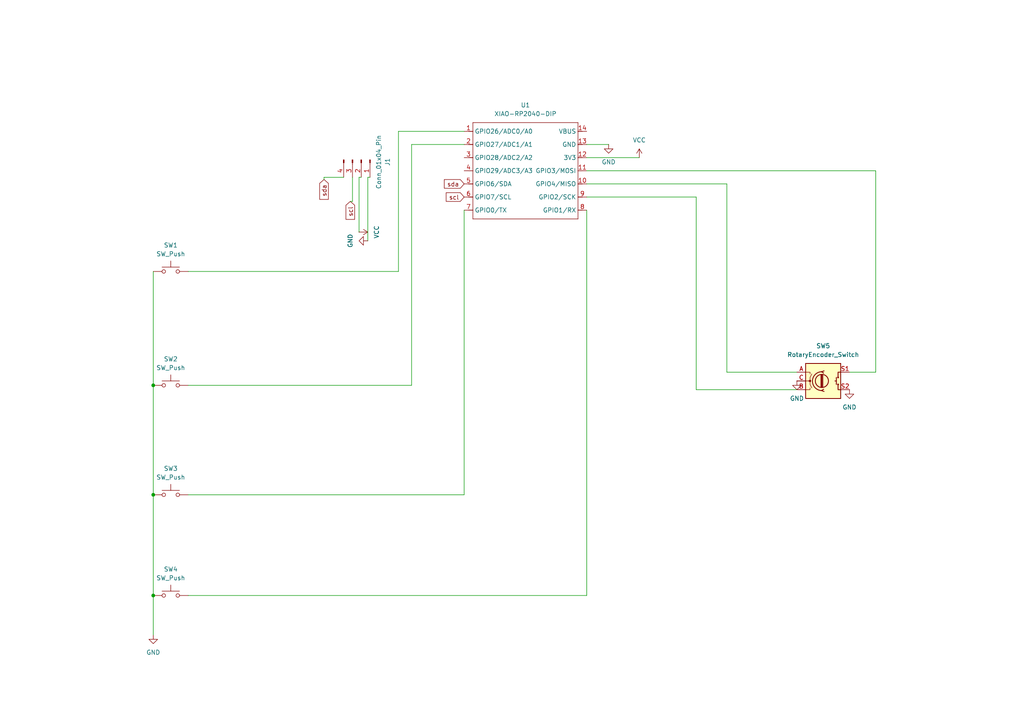
<source format=kicad_sch>
(kicad_sch (version 20250114) (generator "eeschema") (generator_version "9.0")
  (paper "A4")
  (lib_symbols
    (symbol "Connector:Conn_01x04_Pin" (pin_names (offset 1.016) (hide yes))
      (property "Reference" "J" (at 0 5.08 0))
      (property "Value" "Conn_01x04_Pin" (at 0 -7.62 0))
      (symbol "Conn_01x04_Pin_1_1"
        (rectangle (start 0.8636 2.667) (end 0 2.413) (stroke (width 0.1524)) (fill (type outline)))
        (rectangle (start 0.8636 0.127) (end 0 -0.127) (stroke (width 0.1524)) (fill (type outline)))
        (rectangle (start 0.8636 -2.413) (end 0 -2.667) (stroke (width 0.1524)) (fill (type outline)))
        (rectangle (start 0.8636 -4.953) (end 0 -5.207) (stroke (width 0.1524)) (fill (type outline)))
        (polyline (pts (xy 1.27 2.54) (xy 0.8636 2.54)) (stroke (width 0.1524)))
        (polyline (pts (xy 1.27 0) (xy 0.8636 0)) (stroke (width 0.1524)))
        (polyline (pts (xy 1.27 -2.54) (xy 0.8636 -2.54)) (stroke (width 0.1524)))
        (polyline (pts (xy 1.27 -5.08) (xy 0.8636 -5.08)) (stroke (width 0.1524)))
        (pin passive line (at 5.08 2.54 180) (length 3.81) (name "Pin_1") (number "1"))
        (pin passive line (at 5.08 0 180) (length 3.81) (name "Pin_2") (number "2"))
        (pin passive line (at 5.08 -2.54 180) (length 3.81) (name "Pin_3") (number "3"))
        (pin passive line (at 5.08 -5.08 180) (length 3.81) (name "Pin_4") (number "4"))
      )
    )
    (symbol "Device:RotaryEncoder_Switch" (pin_names (offset 0.254) (hide yes))
      (property "Reference" "SW" (at 0 6.604 0))
      (property "Value" "RotaryEncoder_Switch" (at 0 -6.604 0))
      (symbol "RotaryEncoder_Switch_0_1"
        (rectangle (start -5.08 5.08) (end 5.08 -5.08) (stroke (width 0.254)) (fill (type background)))
        (polyline (pts (xy -5.08 2.54) (xy -3.81 2.54) (xy -3.81 2.032)))
        (polyline (pts (xy -5.08 0) (xy -3.81 0) (xy -3.81 -1.016) (xy -3.302 -2.032)))
        (polyline (pts (xy -5.08 -2.54) (xy -3.81 -2.54) (xy -3.81 -2.032)))
        (polyline (pts (xy -4.318 0) (xy -3.81 0) (xy -3.81 1.016) (xy -3.302 2.032)))
        (circle (center -3.81 0) (radius 0.254) (fill (type outline)))
        (polyline (pts (xy -0.635 -1.778) (xy -0.635 1.778)) (stroke (width 0.254)))
        (circle (center -0.381 0) (radius 1.905) (stroke (width 0.254)))
        (polyline (pts (xy -0.381 -1.778) (xy -0.381 1.778)) (stroke (width 0.254)))
        (arc (start -0.381 -2.794) (mid -3.0988 -0.0635) (end -0.381 2.667) (stroke (width 0.254)))
        (polyline (pts (xy -0.127 1.778) (xy -0.127 -1.778)) (stroke (width 0.254)))
        (polyline (pts (xy 0.254 2.921) (xy -0.508 2.667) (xy 0.127 2.286)) (stroke (width 0.254)))
        (polyline (pts (xy 0.254 -3.048) (xy -0.508 -2.794) (xy 0.127 -2.413)) (stroke (width 0.254)))
        (polyline (pts (xy 3.81 1.016) (xy 3.81 -1.016)) (stroke (width 0.254)))
        (polyline (pts (xy 3.81 0) (xy 3.429 0)) (stroke (width 0.254)))
        (circle (center 4.318 1.016) (radius 0.127) (stroke (width 0.254)))
        (circle (center 4.318 -1.016) (radius 0.127) (stroke (width 0.254)))
        (polyline (pts (xy 5.08 2.54) (xy 4.318 2.54) (xy 4.318 1.016)) (stroke (width 0.254)))
        (polyline (pts (xy 5.08 -2.54) (xy 4.318 -2.54) (xy 4.318 -1.016)) (stroke (width 0.254)))
      )
      (symbol "RotaryEncoder_Switch_1_1"
        (pin passive line (at -7.62 2.54 0) (length 2.54) (name "A") (number "A"))
        (pin passive line (at -7.62 0 0) (length 2.54) (name "C") (number "C"))
        (pin passive line (at -7.62 -2.54 0) (length 2.54) (name "B") (number "B"))
        (pin passive line (at 7.62 2.54 180) (length 2.54) (name "S1") (number "S1"))
        (pin passive line (at 7.62 -2.54 180) (length 2.54) (name "S2") (number "S2"))
      )
    )
    (symbol "OPL:XIAO-RP2040-DIP"
      (property "Reference" "U" (at 0 0 0))
      (property "Value" "XIAO-RP2040-DIP" (at 5.334 -1.778 0))
      (symbol "XIAO-RP2040-DIP_1_0"
        (polyline (pts (xy -1.27 -2.54) (xy 29.21 -2.54)) (stroke (width 0.1524)))
        (polyline (pts (xy -1.27 -5.08) (xy -2.54 -5.08)) (stroke (width 0.1524)))
        (polyline (pts (xy -1.27 -5.08) (xy -1.27 -2.54)) (stroke (width 0.1524)))
        (polyline (pts (xy -1.27 -8.89) (xy -2.54 -8.89)) (stroke (width 0.1524)))
        (polyline (pts (xy -1.27 -8.89) (xy -1.27 -5.08)) (stroke (width 0.1524)))
        (polyline (pts (xy -1.27 -12.7) (xy -2.54 -12.7)) (stroke (width 0.1524)))
        (polyline (pts (xy -1.27 -12.7) (xy -1.27 -8.89)) (stroke (width 0.1524)))
        (polyline (pts (xy -1.27 -16.51) (xy -2.54 -16.51)) (stroke (width 0.1524)))
        (polyline (pts (xy -1.27 -16.51) (xy -1.27 -12.7)) (stroke (width 0.1524)))
        (polyline (pts (xy -1.27 -20.32) (xy -2.54 -20.32)) (stroke (width 0.1524)))
        (polyline (pts (xy -1.27 -24.13) (xy -2.54 -24.13)) (stroke (width 0.1524)))
        (polyline (pts (xy -1.27 -27.94) (xy -2.54 -27.94)) (stroke (width 0.1524)))
        (polyline (pts (xy -1.27 -30.48) (xy -1.27 -16.51)) (stroke (width 0.1524)))
        (polyline (pts (xy 29.21 -2.54) (xy 29.21 -5.08)) (stroke (width 0.1524)))
        (polyline (pts (xy 29.21 -5.08) (xy 29.21 -8.89)) (stroke (width 0.1524)))
        (polyline (pts (xy 29.21 -8.89) (xy 29.21 -12.7)) (stroke (width 0.1524)))
        (polyline (pts (xy 29.21 -12.7) (xy 29.21 -30.48)) (stroke (width 0.1524)))
        (polyline (pts (xy 29.21 -30.48) (xy -1.27 -30.48)) (stroke (width 0.1524)))
        (polyline (pts (xy 30.48 -5.08) (xy 29.21 -5.08)) (stroke (width 0.1524)))
        (polyline (pts (xy 30.48 -8.89) (xy 29.21 -8.89)) (stroke (width 0.1524)))
        (polyline (pts (xy 30.48 -12.7) (xy 29.21 -12.7)) (stroke (width 0.1524)))
        (polyline (pts (xy 30.48 -16.51) (xy 29.21 -16.51)) (stroke (width 0.1524)))
        (polyline (pts (xy 30.48 -20.32) (xy 29.21 -20.32)) (stroke (width 0.1524)))
        (polyline (pts (xy 30.48 -24.13) (xy 29.21 -24.13)) (stroke (width 0.1524)))
        (polyline (pts (xy 30.48 -27.94) (xy 29.21 -27.94)) (stroke (width 0.1524)))
        (pin passive line (at -3.81 -5.08 0) (length 2.54) (name "GPIO26/ADC0/A0") (number "1"))
        (pin passive line (at -3.81 -8.89 0) (length 2.54) (name "GPIO27/ADC1/A1") (number "2"))
        (pin passive line (at -3.81 -12.7 0) (length 2.54) (name "GPIO28/ADC2/A2") (number "3"))
        (pin passive line (at -3.81 -16.51 0) (length 2.54) (name "GPIO29/ADC3/A3") (number "4"))
        (pin passive line (at -3.81 -20.32 0) (length 2.54) (name "GPIO6/SDA") (number "5"))
        (pin passive line (at -3.81 -24.13 0) (length 2.54) (name "GPIO7/SCL") (number "6"))
        (pin passive line (at -3.81 -27.94 0) (length 2.54) (name "GPIO0/TX") (number "7"))
        (pin passive line (at 31.75 -5.08 180) (length 2.54) (name "VBUS") (number "14"))
        (pin passive line (at 31.75 -8.89 180) (length 2.54) (name "GND") (number "13"))
        (pin passive line (at 31.75 -12.7 180) (length 2.54) (name "3V3") (number "12"))
        (pin passive line (at 31.75 -16.51 180) (length 2.54) (name "GPIO3/MOSI") (number "11"))
        (pin passive line (at 31.75 -20.32 180) (length 2.54) (name "GPIO4/MISO") (number "10"))
        (pin passive line (at 31.75 -24.13 180) (length 2.54) (name "GPIO2/SCK") (number "9"))
        (pin passive line (at 31.75 -27.94 180) (length 2.54) (name "GPIO1/RX") (number "8"))
      )
    )
    (symbol "Switch:SW_Push" (pin_numbers (hide yes)) (pin_names (offset 1.016) (hide yes))
      (property "Reference" "SW" (at 1.27 2.54 0))
      (property "Value" "SW_Push" (at 0 -1.524 0))
      (symbol "SW_Push_0_1"
        (circle (center -2.032 0) (radius 0.508))
        (polyline (pts (xy 0 1.27) (xy 0 3.048)))
        (circle (center 2.032 0) (radius 0.508))
        (polyline (pts (xy 2.54 1.27) (xy -2.54 1.27)))
        (pin passive line (at -5.08 0 0) (length 2.54) (name "1") (number "1"))
        (pin passive line (at 5.08 0 180) (length 2.54) (name "2") (number "2"))
      )
    )
    (symbol "power:GND" (power) (pin_numbers (hide yes)) (pin_names (offset 0) (hide yes))
      (property "Value" "GND" (at 0 -3.81 0))
      (symbol "GND_0_1"
        (polyline (pts (xy 0 0) (xy 0 -1.27) (xy 1.27 -1.27) (xy 0 -2.54) (xy -1.27 -1.27) (xy 0 -1.27)))
      )
      (symbol "GND_1_1"
        (pin power_in line (at 0 0 270) (length 0) (name "~") (number "1"))
      )
    )
    (symbol "power:VCC" (power) (pin_numbers (hide yes)) (pin_names (offset 0) (hide yes))
      (property "Value" "VCC" (at 0 3.556 0))
      (symbol "VCC_0_1"
        (polyline (pts (xy -0.762 1.27) (xy 0 2.54)))
        (polyline (pts (xy 0 2.54) (xy 0.762 1.27)))
        (polyline (pts (xy 0 0) (xy 0 2.54)))
      )
      (symbol "VCC_1_1"
        (pin power_in line (at 0 0 90) (length 0) (name "~") (number "1"))
      )
    )
  )
  (junction (at 44.45 143.51))
  (junction (at 44.45 111.76))
  (junction (at 44.45 172.72))
  (wire (pts (xy 54.61 172.72) (xy 170.18 172.72)))
  (wire (pts (xy 115.57 78.74) (xy 115.57 38.1)))
  (wire (pts (xy 104.14 51.435) (xy 104.775 51.435)))
  (wire (pts (xy 254 107.95) (xy 254 49.53)))
  (wire (pts (xy 210.82 107.95) (xy 210.82 53.34)))
  (wire (pts (xy 93.98 52.07) (xy 93.98 51.435)))
  (wire (pts (xy 104.14 67.31) (xy 104.14 51.435)))
  (wire (pts (xy 134.62 143.51) (xy 134.62 60.96)))
  (wire (pts (xy 231.14 107.95) (xy 210.82 107.95)))
  (wire (pts (xy 119.38 41.91) (xy 134.62 41.91)))
  (wire (pts (xy 185.42 45.72) (xy 170.18 45.72)))
  (wire (pts (xy 170.18 172.72) (xy 170.18 60.96)))
  (wire (pts (xy 106.68 69.85) (xy 106.68 51.435)))
  (wire (pts (xy 115.57 38.1) (xy 134.62 38.1)))
  (wire (pts (xy 54.61 111.76) (xy 119.38 111.76)))
  (wire (pts (xy 44.45 172.72) (xy 44.45 184.15)))
  (wire (pts (xy 106.68 51.435) (xy 107.315 51.435)))
  (wire (pts (xy 44.45 78.74) (xy 44.45 111.76)))
  (wire (pts (xy 102.235 58.42) (xy 102.235 51.435)))
  (wire (pts (xy 44.45 111.76) (xy 44.45 143.51)))
  (wire (pts (xy 54.61 143.51) (xy 134.62 143.51)))
  (wire (pts (xy 201.93 57.15) (xy 170.18 57.15)))
  (wire (pts (xy 254 49.53) (xy 170.18 49.53)))
  (wire (pts (xy 44.45 143.51) (xy 44.45 172.72)))
  (wire (pts (xy 101.6 58.42) (xy 102.235 58.42)))
  (wire (pts (xy 119.38 111.76) (xy 119.38 41.91)))
  (wire (pts (xy 93.98 51.435) (xy 99.695 51.435)))
  (wire (pts (xy 246.38 107.95) (xy 254 107.95)))
  (wire (pts (xy 201.93 113.03) (xy 201.93 57.15)))
  (wire (pts (xy 231.14 113.03) (xy 201.93 113.03)))
  (wire (pts (xy 54.61 78.74) (xy 115.57 78.74)))
  (wire (pts (xy 210.82 53.34) (xy 170.18 53.34)))
  (wire (pts (xy 176.53 41.91) (xy 170.18 41.91)))
  (global_label "scl" (shape input) (at 101.6 58.42 270) (property "Intersheetrefs" "${INTERSHEET_REFS}" (effects (hide yes))))
  (global_label "sda" (shape input) (at 134.62 53.34 180) (property "Intersheetrefs" "${INTERSHEET_REFS}" (effects (hide yes))))
  (global_label "sda" (shape input) (at 93.98 52.07 270) (property "Intersheetrefs" "${INTERSHEET_REFS}" (effects (hide yes))))
  (global_label "scl" (shape input) (at 134.62 57.15 180) (property "Intersheetrefs" "${INTERSHEET_REFS}" (effects (hide yes))))
  (symbol (lib_id "power:GND") (at 106.68 69.85 270) (unit 1)
    (property "Reference" "#PWR01" (effects (hide yes)))
    (property "Value" "GND" (at 101.6 69.85 0))
    (property "Description" "Power symbol creates a global label with name \"GND\" , ground" (effects (hide yes)))
  )
  (symbol (lib_id "Connector:Conn_01x04_Pin") (at 104.775 46.355 270) (unit 1)
    (property "Reference" "J1" (at 112.395 46.99 0))
    (property "Value" "Conn_01x04_Pin" (at 109.855 46.99 0))
    (property "Footprint" "OLED:SSD1306-0.91-OLED-4pin-128x32" (effects (hide yes)))
    (property "Description" "Generic connector, single row, 01x04, script generated" (effects (hide yes)))
  )
  (symbol (lib_id "power:GND") (at 231.14 110.49 0) (unit 1)
    (property "Reference" "#PWR06" (effects (hide yes)))
    (property "Value" "GND" (at 231.14 115.57 0))
    (property "Description" "Power symbol creates a global label with name \"GND\" , ground" (effects (hide yes)))
  )
  (symbol (lib_id "power:VCC") (at 104.14 67.31 270) (unit 1)
    (property "Reference" "#PWR02" (effects (hide yes)))
    (property "Value" "VCC" (at 109.22 67.31 0))
    (property "Description" "Power symbol creates a global label with name \"VCC\"" (effects (hide yes)))
  )
  (symbol (lib_id "Switch:SW_Push") (at 49.53 143.51 0) (unit 1)
    (property "Reference" "SW3" (at 49.53 135.89 0))
    (property "Value" "SW_Push" (at 49.53 138.43 0))
    (property "Footprint" "Button_Switch_Keyboard:SW_Cherry_MX_1.00u_PCB" (effects (hide yes)))
    (property "Description" "Push button switch, generic, two pins" (effects (hide yes)))
  )
  (symbol (lib_id "Switch:SW_Push") (at 49.53 172.72 0) (unit 1)
    (property "Reference" "SW4" (at 49.53 165.1 0))
    (property "Value" "SW_Push" (at 49.53 167.64 0))
    (property "Footprint" "Button_Switch_Keyboard:SW_Cherry_MX_1.00u_PCB" (effects (hide yes)))
    (property "Description" "Push button switch, generic, two pins" (effects (hide yes)))
  )
  (symbol (lib_id "OPL:XIAO-RP2040-DIP") (at 138.43 33.02 0) (unit 1)
    (property "Reference" "U1" (at 152.4 30.48 0))
    (property "Value" "XIAO-RP2040-DIP" (at 152.4 33.02 0))
    (property "Footprint" "XIAO:XIAO-RP2040-DIP" (effects (hide yes)))
  )
  (symbol (lib_id "power:GND") (at 44.45 184.15 0) (unit 1)
    (property "Reference" "#PWR07" (effects (hide yes)))
    (property "Value" "GND" (at 44.45 189.23 0))
    (property "Description" "Power symbol creates a global label with name \"GND\" , ground" (effects (hide yes)))
  )
  (symbol (lib_id "Switch:SW_Push") (at 49.53 111.76 0) (unit 1)
    (property "Reference" "SW2" (at 49.53 104.14 0))
    (property "Value" "SW_Push" (at 49.53 106.68 0))
    (property "Footprint" "Button_Switch_Keyboard:SW_Cherry_MX_1.00u_PCB" (effects (hide yes)))
    (property "Description" "Push button switch, generic, two pins" (effects (hide yes)))
  )
  (symbol (lib_id "power:VCC") (at 185.42 45.72 0) (unit 1)
    (property "Reference" "#PWR03" (effects (hide yes)))
    (property "Value" "VCC" (at 185.42 40.64 0))
    (property "Description" "Power symbol creates a global label with name \"VCC\"" (effects (hide yes)))
  )
  (symbol (lib_id "power:GND") (at 176.53 41.91 0) (unit 1)
    (property "Reference" "#PWR04" (effects (hide yes)))
    (property "Value" "GND" (at 176.53 46.99 0))
    (property "Description" "Power symbol creates a global label with name \"GND\" , ground" (effects (hide yes)))
  )
  (symbol (lib_id "power:GND") (at 246.38 113.03 0) (unit 1)
    (property "Reference" "#PWR05" (effects (hide yes)))
    (property "Value" "GND" (at 246.38 118.11 0))
    (property "Description" "Power symbol creates a global label with name \"GND\" , ground" (effects (hide yes)))
  )
  (symbol (lib_id "Switch:SW_Push") (at 49.53 78.74 0) (unit 1)
    (property "Reference" "SW1" (at 49.53 71.12 0))
    (property "Value" "SW_Push" (at 49.53 73.66 0))
    (property "Footprint" "Button_Switch_Keyboard:SW_Cherry_MX_1.00u_PCB" (effects (hide yes)))
    (property "Description" "Push button switch, generic, two pins" (effects (hide yes)))
  )
  (symbol (lib_id "Device:RotaryEncoder_Switch") (at 238.76 110.49 0) (unit 1)
    (property "Reference" "SW5" (at 238.76 100.33 0))
    (property "Value" "RotaryEncoder_Switch" (at 238.76 102.87 0))
    (property "Footprint" "ROTARY:RotaryEncoder_Alps_EC11E-Switch_Vertical_H20mm" (effects (hide yes)))
    (property "Description" "Rotary encoder, dual channel, incremental quadrate outputs, with switch" (effects (hide yes)))
  )
)
</source>
